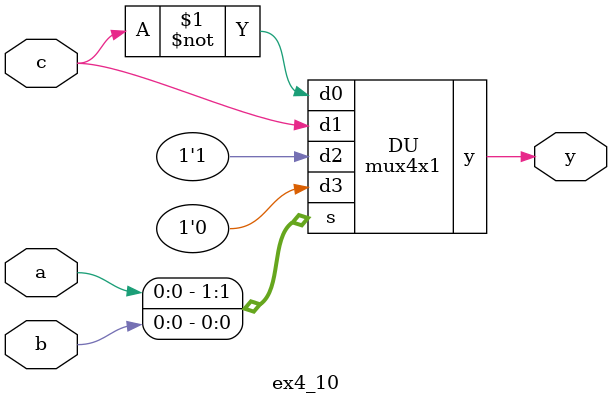
<source format=v>
module mux4x1 (
	input d0,d1,d2,d3,
	input [1:0] s,
	output reg y );

        always @(*) 
        	case(s)
        		0: y=d0; 
        		1: y=d1;
        		2: y=d2;
        		3: y=d3;
        		default: y=d0;
        	
        	endcase
        
endmodule

module ex4_10 (
	input a, b, c,
	output y
	);

      mux4x1 DU (~c,c,1'b1,1'b0,{a,b},y);
endmodule      
</source>
